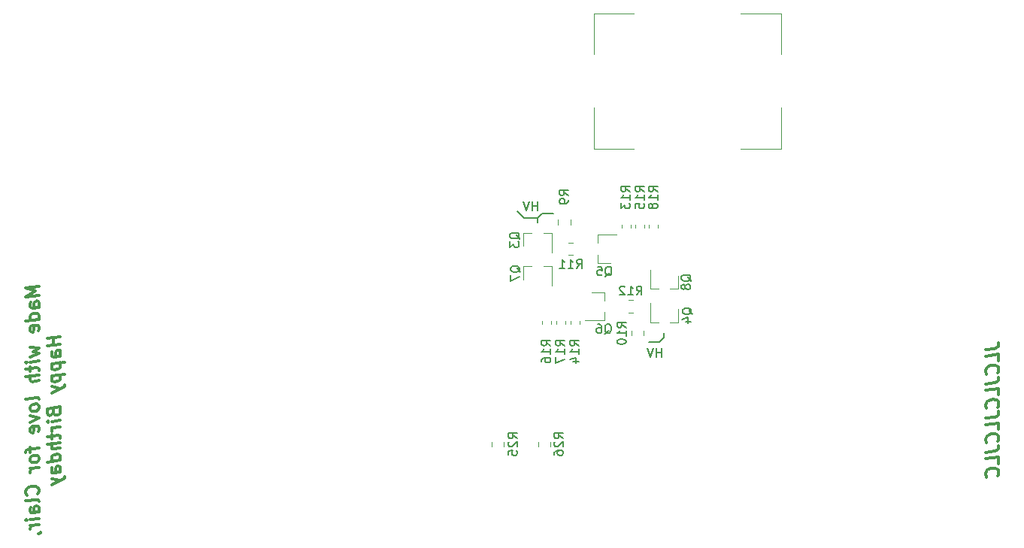
<source format=gbr>
%TF.GenerationSoftware,KiCad,Pcbnew,(5.99.0-9843-g93c991926f)*%
%TF.CreationDate,2021-03-24T22:11:12-04:00*%
%TF.ProjectId,nixieclock,6e697869-6563-46c6-9f63-6b2e6b696361,rev?*%
%TF.SameCoordinates,Original*%
%TF.FileFunction,Legend,Bot*%
%TF.FilePolarity,Positive*%
%FSLAX46Y46*%
G04 Gerber Fmt 4.6, Leading zero omitted, Abs format (unit mm)*
G04 Created by KiCad (PCBNEW (5.99.0-9843-g93c991926f)) date 2021-03-24 22:11:12*
%MOMM*%
%LPD*%
G01*
G04 APERTURE LIST*
%ADD10C,0.150000*%
%ADD11C,0.300000*%
%ADD12C,0.120000*%
G04 APERTURE END LIST*
D10*
X112250000Y-94750000D02*
X111750000Y-95250000D01*
X124250000Y-109250000D02*
X125500000Y-109250000D01*
X111750000Y-95250000D02*
X111750000Y-95750000D01*
X110250000Y-95250000D02*
X109500000Y-94500000D01*
X111750000Y-95250000D02*
X110250000Y-95250000D01*
X126000000Y-108750000D02*
X126000000Y-108250000D01*
X113500000Y-94750000D02*
X112250000Y-94750000D01*
X125500000Y-109250000D02*
X126000000Y-108750000D01*
X125714285Y-110952380D02*
X125714285Y-109952380D01*
X125714285Y-110428571D02*
X125142857Y-110428571D01*
X125142857Y-110952380D02*
X125142857Y-109952380D01*
X124809523Y-109952380D02*
X124476190Y-110952380D01*
X124142857Y-109952380D01*
D11*
X55605071Y-102965133D02*
X54105071Y-103152633D01*
X55176500Y-103518705D01*
X54105071Y-104152633D01*
X55605071Y-103965133D01*
X55605071Y-105322276D02*
X54819357Y-105420491D01*
X54676500Y-105366919D01*
X54605071Y-105232991D01*
X54605071Y-104947276D01*
X54676500Y-104795491D01*
X55533642Y-105331205D02*
X55605071Y-105179419D01*
X55605071Y-104822276D01*
X55533642Y-104688348D01*
X55390785Y-104634776D01*
X55247928Y-104652633D01*
X55105071Y-104741919D01*
X55033642Y-104893705D01*
X55033642Y-105250848D01*
X54962214Y-105402633D01*
X55605071Y-106679419D02*
X54105071Y-106866919D01*
X55533642Y-106688348D02*
X55605071Y-106536562D01*
X55605071Y-106250848D01*
X55533642Y-106116919D01*
X55462214Y-106054419D01*
X55319357Y-106000848D01*
X54890785Y-106054419D01*
X54747928Y-106143705D01*
X54676500Y-106224062D01*
X54605071Y-106375848D01*
X54605071Y-106661562D01*
X54676500Y-106795491D01*
X55533642Y-107974062D02*
X55605071Y-107822276D01*
X55605071Y-107536562D01*
X55533642Y-107402633D01*
X55390785Y-107349062D01*
X54819357Y-107420491D01*
X54676500Y-107509776D01*
X54605071Y-107661562D01*
X54605071Y-107947276D01*
X54676500Y-108081205D01*
X54819357Y-108134776D01*
X54962214Y-108116919D01*
X55105071Y-107384776D01*
X54605071Y-109804419D02*
X55605071Y-109965133D01*
X54890785Y-110340133D01*
X55605071Y-110536562D01*
X54605071Y-110947276D01*
X55605071Y-111393705D02*
X54605071Y-111518705D01*
X54105071Y-111581205D02*
X54176500Y-111500848D01*
X54247928Y-111563348D01*
X54176500Y-111643705D01*
X54105071Y-111581205D01*
X54247928Y-111563348D01*
X54605071Y-112018705D02*
X54605071Y-112590133D01*
X54105071Y-112295491D02*
X55390785Y-112134776D01*
X55533642Y-112188348D01*
X55605071Y-112322276D01*
X55605071Y-112465133D01*
X55605071Y-112965133D02*
X54105071Y-113152633D01*
X55605071Y-113607991D02*
X54819357Y-113706205D01*
X54676500Y-113652633D01*
X54605071Y-113518705D01*
X54605071Y-113304419D01*
X54676500Y-113152633D01*
X54747928Y-113072276D01*
X55605071Y-115679419D02*
X55533642Y-115545491D01*
X55390785Y-115491919D01*
X54105071Y-115652633D01*
X55605071Y-116465133D02*
X55533642Y-116331205D01*
X55462214Y-116268705D01*
X55319357Y-116215133D01*
X54890785Y-116268705D01*
X54747928Y-116357991D01*
X54676500Y-116438348D01*
X54605071Y-116590133D01*
X54605071Y-116804419D01*
X54676500Y-116938348D01*
X54747928Y-117000848D01*
X54890785Y-117054419D01*
X55319357Y-117000848D01*
X55462214Y-116911562D01*
X55533642Y-116831205D01*
X55605071Y-116679419D01*
X55605071Y-116465133D01*
X54605071Y-117590133D02*
X55605071Y-117822276D01*
X54605071Y-118304419D01*
X55533642Y-119331205D02*
X55605071Y-119179419D01*
X55605071Y-118893705D01*
X55533642Y-118759776D01*
X55390785Y-118706205D01*
X54819357Y-118777633D01*
X54676500Y-118866919D01*
X54605071Y-119018705D01*
X54605071Y-119304419D01*
X54676500Y-119438348D01*
X54819357Y-119491919D01*
X54962214Y-119474062D01*
X55105071Y-118741919D01*
X54605071Y-121090133D02*
X54605071Y-121661562D01*
X55605071Y-121179419D02*
X54319357Y-121340133D01*
X54176500Y-121429419D01*
X54105071Y-121581205D01*
X54105071Y-121724062D01*
X55605071Y-122250848D02*
X55533642Y-122116919D01*
X55462214Y-122054419D01*
X55319357Y-122000848D01*
X54890785Y-122054419D01*
X54747928Y-122143705D01*
X54676500Y-122224062D01*
X54605071Y-122375848D01*
X54605071Y-122590133D01*
X54676500Y-122724062D01*
X54747928Y-122786562D01*
X54890785Y-122840133D01*
X55319357Y-122786562D01*
X55462214Y-122697276D01*
X55533642Y-122616919D01*
X55605071Y-122465133D01*
X55605071Y-122250848D01*
X55605071Y-123393705D02*
X54605071Y-123518705D01*
X54890785Y-123482991D02*
X54747928Y-123572276D01*
X54676500Y-123652633D01*
X54605071Y-123804419D01*
X54605071Y-123947276D01*
X55462214Y-126340133D02*
X55533642Y-126259776D01*
X55605071Y-126036562D01*
X55605071Y-125893705D01*
X55533642Y-125688348D01*
X55390785Y-125563348D01*
X55247928Y-125509776D01*
X54962214Y-125474062D01*
X54747928Y-125500848D01*
X54462214Y-125607991D01*
X54319357Y-125697276D01*
X54176500Y-125857991D01*
X54105071Y-126081205D01*
X54105071Y-126224062D01*
X54176500Y-126429419D01*
X54247928Y-126491919D01*
X55605071Y-127179419D02*
X55533642Y-127045491D01*
X55390785Y-126991919D01*
X54105071Y-127152633D01*
X55605071Y-128393705D02*
X54819357Y-128491919D01*
X54676500Y-128438348D01*
X54605071Y-128304419D01*
X54605071Y-128018705D01*
X54676500Y-127866919D01*
X55533642Y-128402633D02*
X55605071Y-128250848D01*
X55605071Y-127893705D01*
X55533642Y-127759776D01*
X55390785Y-127706205D01*
X55247928Y-127724062D01*
X55105071Y-127813348D01*
X55033642Y-127965133D01*
X55033642Y-128322276D01*
X54962214Y-128474062D01*
X55605071Y-129107991D02*
X54605071Y-129232991D01*
X54105071Y-129295491D02*
X54176500Y-129215133D01*
X54247928Y-129277633D01*
X54176500Y-129357991D01*
X54105071Y-129295491D01*
X54247928Y-129277633D01*
X55605071Y-129822276D02*
X54605071Y-129947276D01*
X54890785Y-129911562D02*
X54747928Y-130000848D01*
X54676500Y-130081205D01*
X54605071Y-130232991D01*
X54605071Y-130375848D01*
X55533642Y-130831205D02*
X55605071Y-130822276D01*
X55747928Y-130732991D01*
X55819357Y-130652633D01*
X58020071Y-108643705D02*
X56520071Y-108831205D01*
X57234357Y-108741919D02*
X57234357Y-109599062D01*
X58020071Y-109500848D02*
X56520071Y-109688348D01*
X58020071Y-110857991D02*
X57234357Y-110956205D01*
X57091500Y-110902633D01*
X57020071Y-110768705D01*
X57020071Y-110482991D01*
X57091500Y-110331205D01*
X57948642Y-110866919D02*
X58020071Y-110715133D01*
X58020071Y-110357991D01*
X57948642Y-110224062D01*
X57805785Y-110170491D01*
X57662928Y-110188348D01*
X57520071Y-110277633D01*
X57448642Y-110429419D01*
X57448642Y-110786562D01*
X57377214Y-110938348D01*
X57020071Y-111697276D02*
X58520071Y-111509776D01*
X57091500Y-111688348D02*
X57020071Y-111840133D01*
X57020071Y-112125848D01*
X57091500Y-112259776D01*
X57162928Y-112322276D01*
X57305785Y-112375848D01*
X57734357Y-112322276D01*
X57877214Y-112232991D01*
X57948642Y-112152633D01*
X58020071Y-112000848D01*
X58020071Y-111715133D01*
X57948642Y-111581205D01*
X57020071Y-113054419D02*
X58520071Y-112866919D01*
X57091500Y-113045491D02*
X57020071Y-113197276D01*
X57020071Y-113482991D01*
X57091500Y-113616919D01*
X57162928Y-113679419D01*
X57305785Y-113732991D01*
X57734357Y-113679419D01*
X57877214Y-113590133D01*
X57948642Y-113509776D01*
X58020071Y-113357991D01*
X58020071Y-113072276D01*
X57948642Y-112938348D01*
X57020071Y-114268705D02*
X58020071Y-114500848D01*
X57020071Y-114982991D02*
X58020071Y-114500848D01*
X58377214Y-114313348D01*
X58448642Y-114232991D01*
X58520071Y-114081205D01*
X57234357Y-117170491D02*
X57305785Y-117375848D01*
X57377214Y-117438348D01*
X57520071Y-117491919D01*
X57734357Y-117465133D01*
X57877214Y-117375848D01*
X57948642Y-117295491D01*
X58020071Y-117143705D01*
X58020071Y-116572276D01*
X56520071Y-116759776D01*
X56520071Y-117259776D01*
X56591500Y-117393705D01*
X56662928Y-117456205D01*
X56805785Y-117509776D01*
X56948642Y-117491919D01*
X57091500Y-117402633D01*
X57162928Y-117322276D01*
X57234357Y-117170491D01*
X57234357Y-116670491D01*
X58020071Y-118072276D02*
X57020071Y-118197276D01*
X56520071Y-118259776D02*
X56591500Y-118179419D01*
X56662928Y-118241919D01*
X56591500Y-118322276D01*
X56520071Y-118259776D01*
X56662928Y-118241919D01*
X58020071Y-118786562D02*
X57020071Y-118911562D01*
X57305785Y-118875848D02*
X57162928Y-118965133D01*
X57091500Y-119045491D01*
X57020071Y-119197276D01*
X57020071Y-119340133D01*
X57020071Y-119625848D02*
X57020071Y-120197276D01*
X56520071Y-119902633D02*
X57805785Y-119741919D01*
X57948642Y-119795491D01*
X58020071Y-119929419D01*
X58020071Y-120072276D01*
X58020071Y-120572276D02*
X56520071Y-120759776D01*
X58020071Y-121215133D02*
X57234357Y-121313348D01*
X57091500Y-121259776D01*
X57020071Y-121125848D01*
X57020071Y-120911562D01*
X57091500Y-120759776D01*
X57162928Y-120679419D01*
X58020071Y-122572276D02*
X56520071Y-122759776D01*
X57948642Y-122581205D02*
X58020071Y-122429419D01*
X58020071Y-122143705D01*
X57948642Y-122009776D01*
X57877214Y-121947276D01*
X57734357Y-121893705D01*
X57305785Y-121947276D01*
X57162928Y-122036562D01*
X57091500Y-122116919D01*
X57020071Y-122268705D01*
X57020071Y-122554419D01*
X57091500Y-122688348D01*
X58020071Y-123929419D02*
X57234357Y-124027633D01*
X57091500Y-123974062D01*
X57020071Y-123840133D01*
X57020071Y-123554419D01*
X57091500Y-123402633D01*
X57948642Y-123938348D02*
X58020071Y-123786562D01*
X58020071Y-123429419D01*
X57948642Y-123295491D01*
X57805785Y-123241919D01*
X57662928Y-123259776D01*
X57520071Y-123349062D01*
X57448642Y-123500848D01*
X57448642Y-123857991D01*
X57377214Y-124009776D01*
X57020071Y-124625848D02*
X58020071Y-124857991D01*
X57020071Y-125340133D02*
X58020071Y-124857991D01*
X58377214Y-124670491D01*
X58448642Y-124590133D01*
X58520071Y-124438348D01*
X162178571Y-110116919D02*
X163250000Y-109982991D01*
X163464285Y-109884776D01*
X163607142Y-109724062D01*
X163678571Y-109500848D01*
X163678571Y-109357991D01*
X163678571Y-111357991D02*
X163678571Y-110643705D01*
X162178571Y-110831205D01*
X163535714Y-112732991D02*
X163607142Y-112652633D01*
X163678571Y-112429419D01*
X163678571Y-112286562D01*
X163607142Y-112081205D01*
X163464285Y-111956205D01*
X163321428Y-111902633D01*
X163035714Y-111866919D01*
X162821428Y-111893705D01*
X162535714Y-112000848D01*
X162392857Y-112090133D01*
X162250000Y-112250848D01*
X162178571Y-112474062D01*
X162178571Y-112616919D01*
X162250000Y-112822276D01*
X162321428Y-112884776D01*
X162178571Y-113974062D02*
X163250000Y-113840133D01*
X163464285Y-113741919D01*
X163607142Y-113581205D01*
X163678571Y-113357991D01*
X163678571Y-113215133D01*
X163678571Y-115215133D02*
X163678571Y-114500848D01*
X162178571Y-114688348D01*
X163535714Y-116590133D02*
X163607142Y-116509776D01*
X163678571Y-116286562D01*
X163678571Y-116143705D01*
X163607142Y-115938348D01*
X163464285Y-115813348D01*
X163321428Y-115759776D01*
X163035714Y-115724062D01*
X162821428Y-115750848D01*
X162535714Y-115857991D01*
X162392857Y-115947276D01*
X162250000Y-116107991D01*
X162178571Y-116331205D01*
X162178571Y-116474062D01*
X162250000Y-116679419D01*
X162321428Y-116741919D01*
X162178571Y-117831205D02*
X163250000Y-117697276D01*
X163464285Y-117599062D01*
X163607142Y-117438348D01*
X163678571Y-117215133D01*
X163678571Y-117072276D01*
X163678571Y-119072276D02*
X163678571Y-118357991D01*
X162178571Y-118545491D01*
X163535714Y-120447276D02*
X163607142Y-120366919D01*
X163678571Y-120143705D01*
X163678571Y-120000848D01*
X163607142Y-119795491D01*
X163464285Y-119670491D01*
X163321428Y-119616919D01*
X163035714Y-119581205D01*
X162821428Y-119607991D01*
X162535714Y-119715133D01*
X162392857Y-119804419D01*
X162250000Y-119965133D01*
X162178571Y-120188348D01*
X162178571Y-120331205D01*
X162250000Y-120536562D01*
X162321428Y-120599062D01*
X162178571Y-121688348D02*
X163250000Y-121554419D01*
X163464285Y-121456205D01*
X163607142Y-121295491D01*
X163678571Y-121072276D01*
X163678571Y-120929419D01*
X163678571Y-122929419D02*
X163678571Y-122215133D01*
X162178571Y-122402633D01*
X163535714Y-124304419D02*
X163607142Y-124224062D01*
X163678571Y-124000848D01*
X163678571Y-123857991D01*
X163607142Y-123652633D01*
X163464285Y-123527633D01*
X163321428Y-123474062D01*
X163035714Y-123438348D01*
X162821428Y-123465133D01*
X162535714Y-123572276D01*
X162392857Y-123661562D01*
X162250000Y-123822276D01*
X162178571Y-124045491D01*
X162178571Y-124188348D01*
X162250000Y-124393705D01*
X162321428Y-124456205D01*
D10*
X111714285Y-94452380D02*
X111714285Y-93452380D01*
X111714285Y-93928571D02*
X111142857Y-93928571D01*
X111142857Y-94452380D02*
X111142857Y-93452380D01*
X110809523Y-93452380D02*
X110476190Y-94452380D01*
X110142857Y-93452380D01*
%TO.C,R10*%
X121702380Y-107607142D02*
X121226190Y-107273809D01*
X121702380Y-107035714D02*
X120702380Y-107035714D01*
X120702380Y-107416666D01*
X120750000Y-107511904D01*
X120797619Y-107559523D01*
X120892857Y-107607142D01*
X121035714Y-107607142D01*
X121130952Y-107559523D01*
X121178571Y-107511904D01*
X121226190Y-107416666D01*
X121226190Y-107035714D01*
X121702380Y-108559523D02*
X121702380Y-107988095D01*
X121702380Y-108273809D02*
X120702380Y-108273809D01*
X120845238Y-108178571D01*
X120940476Y-108083333D01*
X120988095Y-107988095D01*
X120702380Y-109178571D02*
X120702380Y-109273809D01*
X120750000Y-109369047D01*
X120797619Y-109416666D01*
X120892857Y-109464285D01*
X121083333Y-109511904D01*
X121321428Y-109511904D01*
X121511904Y-109464285D01*
X121607142Y-109416666D01*
X121654761Y-109369047D01*
X121702380Y-109273809D01*
X121702380Y-109178571D01*
X121654761Y-109083333D01*
X121607142Y-109035714D01*
X121511904Y-108988095D01*
X121321428Y-108940476D01*
X121083333Y-108940476D01*
X120892857Y-108988095D01*
X120797619Y-109035714D01*
X120750000Y-109083333D01*
X120702380Y-109178571D01*
%TO.C,Q5*%
X119345238Y-101847619D02*
X119440476Y-101800000D01*
X119535714Y-101704761D01*
X119678571Y-101561904D01*
X119773809Y-101514285D01*
X119869047Y-101514285D01*
X119821428Y-101752380D02*
X119916666Y-101704761D01*
X120011904Y-101609523D01*
X120059523Y-101419047D01*
X120059523Y-101085714D01*
X120011904Y-100895238D01*
X119916666Y-100800000D01*
X119821428Y-100752380D01*
X119630952Y-100752380D01*
X119535714Y-100800000D01*
X119440476Y-100895238D01*
X119392857Y-101085714D01*
X119392857Y-101419047D01*
X119440476Y-101609523D01*
X119535714Y-101704761D01*
X119630952Y-101752380D01*
X119821428Y-101752380D01*
X118488095Y-100752380D02*
X118964285Y-100752380D01*
X119011904Y-101228571D01*
X118964285Y-101180952D01*
X118869047Y-101133333D01*
X118630952Y-101133333D01*
X118535714Y-101180952D01*
X118488095Y-101228571D01*
X118440476Y-101323809D01*
X118440476Y-101561904D01*
X118488095Y-101657142D01*
X118535714Y-101704761D01*
X118630952Y-101752380D01*
X118869047Y-101752380D01*
X118964285Y-101704761D01*
X119011904Y-101657142D01*
%TO.C,R18*%
X125252380Y-92307261D02*
X124776190Y-91973928D01*
X125252380Y-91735833D02*
X124252380Y-91735833D01*
X124252380Y-92116785D01*
X124300000Y-92212023D01*
X124347619Y-92259642D01*
X124442857Y-92307261D01*
X124585714Y-92307261D01*
X124680952Y-92259642D01*
X124728571Y-92212023D01*
X124776190Y-92116785D01*
X124776190Y-91735833D01*
X125252380Y-93259642D02*
X125252380Y-92688214D01*
X125252380Y-92973928D02*
X124252380Y-92973928D01*
X124395238Y-92878690D01*
X124490476Y-92783452D01*
X124538095Y-92688214D01*
X124680952Y-93831071D02*
X124633333Y-93735833D01*
X124585714Y-93688214D01*
X124490476Y-93640595D01*
X124442857Y-93640595D01*
X124347619Y-93688214D01*
X124300000Y-93735833D01*
X124252380Y-93831071D01*
X124252380Y-94021547D01*
X124300000Y-94116785D01*
X124347619Y-94164404D01*
X124442857Y-94212023D01*
X124490476Y-94212023D01*
X124585714Y-94164404D01*
X124633333Y-94116785D01*
X124680952Y-94021547D01*
X124680952Y-93831071D01*
X124728571Y-93735833D01*
X124776190Y-93688214D01*
X124871428Y-93640595D01*
X125061904Y-93640595D01*
X125157142Y-93688214D01*
X125204761Y-93735833D01*
X125252380Y-93831071D01*
X125252380Y-94021547D01*
X125204761Y-94116785D01*
X125157142Y-94164404D01*
X125061904Y-94212023D01*
X124871428Y-94212023D01*
X124776190Y-94164404D01*
X124728571Y-94116785D01*
X124680952Y-94021547D01*
%TO.C,R15*%
X123752380Y-92307261D02*
X123276190Y-91973928D01*
X123752380Y-91735833D02*
X122752380Y-91735833D01*
X122752380Y-92116785D01*
X122800000Y-92212023D01*
X122847619Y-92259642D01*
X122942857Y-92307261D01*
X123085714Y-92307261D01*
X123180952Y-92259642D01*
X123228571Y-92212023D01*
X123276190Y-92116785D01*
X123276190Y-91735833D01*
X123752380Y-93259642D02*
X123752380Y-92688214D01*
X123752380Y-92973928D02*
X122752380Y-92973928D01*
X122895238Y-92878690D01*
X122990476Y-92783452D01*
X123038095Y-92688214D01*
X122752380Y-94164404D02*
X122752380Y-93688214D01*
X123228571Y-93640595D01*
X123180952Y-93688214D01*
X123133333Y-93783452D01*
X123133333Y-94021547D01*
X123180952Y-94116785D01*
X123228571Y-94164404D01*
X123323809Y-94212023D01*
X123561904Y-94212023D01*
X123657142Y-94164404D01*
X123704761Y-94116785D01*
X123752380Y-94021547D01*
X123752380Y-93783452D01*
X123704761Y-93688214D01*
X123657142Y-93640595D01*
%TO.C,R17*%
X114802380Y-109657023D02*
X114326190Y-109323690D01*
X114802380Y-109085595D02*
X113802380Y-109085595D01*
X113802380Y-109466547D01*
X113850000Y-109561785D01*
X113897619Y-109609404D01*
X113992857Y-109657023D01*
X114135714Y-109657023D01*
X114230952Y-109609404D01*
X114278571Y-109561785D01*
X114326190Y-109466547D01*
X114326190Y-109085595D01*
X114802380Y-110609404D02*
X114802380Y-110037976D01*
X114802380Y-110323690D02*
X113802380Y-110323690D01*
X113945238Y-110228452D01*
X114040476Y-110133214D01*
X114088095Y-110037976D01*
X113802380Y-110942738D02*
X113802380Y-111609404D01*
X114802380Y-111180833D01*
%TO.C,Q3*%
X109747619Y-97654761D02*
X109700000Y-97559523D01*
X109604761Y-97464285D01*
X109461904Y-97321428D01*
X109414285Y-97226190D01*
X109414285Y-97130952D01*
X109652380Y-97178571D02*
X109604761Y-97083333D01*
X109509523Y-96988095D01*
X109319047Y-96940476D01*
X108985714Y-96940476D01*
X108795238Y-96988095D01*
X108700000Y-97083333D01*
X108652380Y-97178571D01*
X108652380Y-97369047D01*
X108700000Y-97464285D01*
X108795238Y-97559523D01*
X108985714Y-97607142D01*
X109319047Y-97607142D01*
X109509523Y-97559523D01*
X109604761Y-97464285D01*
X109652380Y-97369047D01*
X109652380Y-97178571D01*
X108652380Y-97940476D02*
X108652380Y-98559523D01*
X109033333Y-98226190D01*
X109033333Y-98369047D01*
X109080952Y-98464285D01*
X109128571Y-98511904D01*
X109223809Y-98559523D01*
X109461904Y-98559523D01*
X109557142Y-98511904D01*
X109604761Y-98464285D01*
X109652380Y-98369047D01*
X109652380Y-98083333D01*
X109604761Y-97988095D01*
X109557142Y-97940476D01*
%TO.C,Q6*%
X119295238Y-108347619D02*
X119390476Y-108300000D01*
X119485714Y-108204761D01*
X119628571Y-108061904D01*
X119723809Y-108014285D01*
X119819047Y-108014285D01*
X119771428Y-108252380D02*
X119866666Y-108204761D01*
X119961904Y-108109523D01*
X120009523Y-107919047D01*
X120009523Y-107585714D01*
X119961904Y-107395238D01*
X119866666Y-107300000D01*
X119771428Y-107252380D01*
X119580952Y-107252380D01*
X119485714Y-107300000D01*
X119390476Y-107395238D01*
X119342857Y-107585714D01*
X119342857Y-107919047D01*
X119390476Y-108109523D01*
X119485714Y-108204761D01*
X119580952Y-108252380D01*
X119771428Y-108252380D01*
X118485714Y-107252380D02*
X118676190Y-107252380D01*
X118771428Y-107300000D01*
X118819047Y-107347619D01*
X118914285Y-107490476D01*
X118961904Y-107680952D01*
X118961904Y-108061904D01*
X118914285Y-108157142D01*
X118866666Y-108204761D01*
X118771428Y-108252380D01*
X118580952Y-108252380D01*
X118485714Y-108204761D01*
X118438095Y-108157142D01*
X118390476Y-108061904D01*
X118390476Y-107823809D01*
X118438095Y-107728571D01*
X118485714Y-107680952D01*
X118580952Y-107633333D01*
X118771428Y-107633333D01*
X118866666Y-107680952D01*
X118914285Y-107728571D01*
X118961904Y-107823809D01*
%TO.C,Q4*%
X129147619Y-106154761D02*
X129100000Y-106059523D01*
X129004761Y-105964285D01*
X128861904Y-105821428D01*
X128814285Y-105726190D01*
X128814285Y-105630952D01*
X129052380Y-105678571D02*
X129004761Y-105583333D01*
X128909523Y-105488095D01*
X128719047Y-105440476D01*
X128385714Y-105440476D01*
X128195238Y-105488095D01*
X128100000Y-105583333D01*
X128052380Y-105678571D01*
X128052380Y-105869047D01*
X128100000Y-105964285D01*
X128195238Y-106059523D01*
X128385714Y-106107142D01*
X128719047Y-106107142D01*
X128909523Y-106059523D01*
X129004761Y-105964285D01*
X129052380Y-105869047D01*
X129052380Y-105678571D01*
X128385714Y-106964285D02*
X129052380Y-106964285D01*
X128004761Y-106726190D02*
X128719047Y-106488095D01*
X128719047Y-107107142D01*
%TO.C,R9*%
X115202380Y-92733333D02*
X114726190Y-92400000D01*
X115202380Y-92161904D02*
X114202380Y-92161904D01*
X114202380Y-92542857D01*
X114250000Y-92638095D01*
X114297619Y-92685714D01*
X114392857Y-92733333D01*
X114535714Y-92733333D01*
X114630952Y-92685714D01*
X114678571Y-92638095D01*
X114726190Y-92542857D01*
X114726190Y-92161904D01*
X115202380Y-93209523D02*
X115202380Y-93400000D01*
X115154761Y-93495238D01*
X115107142Y-93542857D01*
X114964285Y-93638095D01*
X114773809Y-93685714D01*
X114392857Y-93685714D01*
X114297619Y-93638095D01*
X114250000Y-93590476D01*
X114202380Y-93495238D01*
X114202380Y-93304761D01*
X114250000Y-93209523D01*
X114297619Y-93161904D01*
X114392857Y-93114285D01*
X114630952Y-93114285D01*
X114726190Y-93161904D01*
X114773809Y-93209523D01*
X114821428Y-93304761D01*
X114821428Y-93495238D01*
X114773809Y-93590476D01*
X114726190Y-93638095D01*
X114630952Y-93685714D01*
%TO.C,R14*%
X116402380Y-109657023D02*
X115926190Y-109323690D01*
X116402380Y-109085595D02*
X115402380Y-109085595D01*
X115402380Y-109466547D01*
X115450000Y-109561785D01*
X115497619Y-109609404D01*
X115592857Y-109657023D01*
X115735714Y-109657023D01*
X115830952Y-109609404D01*
X115878571Y-109561785D01*
X115926190Y-109466547D01*
X115926190Y-109085595D01*
X116402380Y-110609404D02*
X116402380Y-110037976D01*
X116402380Y-110323690D02*
X115402380Y-110323690D01*
X115545238Y-110228452D01*
X115640476Y-110133214D01*
X115688095Y-110037976D01*
X115735714Y-111466547D02*
X116402380Y-111466547D01*
X115354761Y-111228452D02*
X116069047Y-110990357D01*
X116069047Y-111609404D01*
%TO.C,R26*%
X114602380Y-120107142D02*
X114126190Y-119773809D01*
X114602380Y-119535714D02*
X113602380Y-119535714D01*
X113602380Y-119916666D01*
X113650000Y-120011904D01*
X113697619Y-120059523D01*
X113792857Y-120107142D01*
X113935714Y-120107142D01*
X114030952Y-120059523D01*
X114078571Y-120011904D01*
X114126190Y-119916666D01*
X114126190Y-119535714D01*
X113697619Y-120488095D02*
X113650000Y-120535714D01*
X113602380Y-120630952D01*
X113602380Y-120869047D01*
X113650000Y-120964285D01*
X113697619Y-121011904D01*
X113792857Y-121059523D01*
X113888095Y-121059523D01*
X114030952Y-121011904D01*
X114602380Y-120440476D01*
X114602380Y-121059523D01*
X113602380Y-121916666D02*
X113602380Y-121726190D01*
X113650000Y-121630952D01*
X113697619Y-121583333D01*
X113840476Y-121488095D01*
X114030952Y-121440476D01*
X114411904Y-121440476D01*
X114507142Y-121488095D01*
X114554761Y-121535714D01*
X114602380Y-121630952D01*
X114602380Y-121821428D01*
X114554761Y-121916666D01*
X114507142Y-121964285D01*
X114411904Y-122011904D01*
X114173809Y-122011904D01*
X114078571Y-121964285D01*
X114030952Y-121916666D01*
X113983333Y-121821428D01*
X113983333Y-121630952D01*
X114030952Y-121535714D01*
X114078571Y-121488095D01*
X114173809Y-121440476D01*
%TO.C,R16*%
X113202380Y-109657023D02*
X112726190Y-109323690D01*
X113202380Y-109085595D02*
X112202380Y-109085595D01*
X112202380Y-109466547D01*
X112250000Y-109561785D01*
X112297619Y-109609404D01*
X112392857Y-109657023D01*
X112535714Y-109657023D01*
X112630952Y-109609404D01*
X112678571Y-109561785D01*
X112726190Y-109466547D01*
X112726190Y-109085595D01*
X113202380Y-110609404D02*
X113202380Y-110037976D01*
X113202380Y-110323690D02*
X112202380Y-110323690D01*
X112345238Y-110228452D01*
X112440476Y-110133214D01*
X112488095Y-110037976D01*
X112202380Y-111466547D02*
X112202380Y-111276071D01*
X112250000Y-111180833D01*
X112297619Y-111133214D01*
X112440476Y-111037976D01*
X112630952Y-110990357D01*
X113011904Y-110990357D01*
X113107142Y-111037976D01*
X113154761Y-111085595D01*
X113202380Y-111180833D01*
X113202380Y-111371309D01*
X113154761Y-111466547D01*
X113107142Y-111514166D01*
X113011904Y-111561785D01*
X112773809Y-111561785D01*
X112678571Y-111514166D01*
X112630952Y-111466547D01*
X112583333Y-111371309D01*
X112583333Y-111180833D01*
X112630952Y-111085595D01*
X112678571Y-111037976D01*
X112773809Y-110990357D01*
%TO.C,Q8*%
X129047619Y-102404761D02*
X129000000Y-102309523D01*
X128904761Y-102214285D01*
X128761904Y-102071428D01*
X128714285Y-101976190D01*
X128714285Y-101880952D01*
X128952380Y-101928571D02*
X128904761Y-101833333D01*
X128809523Y-101738095D01*
X128619047Y-101690476D01*
X128285714Y-101690476D01*
X128095238Y-101738095D01*
X128000000Y-101833333D01*
X127952380Y-101928571D01*
X127952380Y-102119047D01*
X128000000Y-102214285D01*
X128095238Y-102309523D01*
X128285714Y-102357142D01*
X128619047Y-102357142D01*
X128809523Y-102309523D01*
X128904761Y-102214285D01*
X128952380Y-102119047D01*
X128952380Y-101928571D01*
X128380952Y-102928571D02*
X128333333Y-102833333D01*
X128285714Y-102785714D01*
X128190476Y-102738095D01*
X128142857Y-102738095D01*
X128047619Y-102785714D01*
X128000000Y-102833333D01*
X127952380Y-102928571D01*
X127952380Y-103119047D01*
X128000000Y-103214285D01*
X128047619Y-103261904D01*
X128142857Y-103309523D01*
X128190476Y-103309523D01*
X128285714Y-103261904D01*
X128333333Y-103214285D01*
X128380952Y-103119047D01*
X128380952Y-102928571D01*
X128428571Y-102833333D01*
X128476190Y-102785714D01*
X128571428Y-102738095D01*
X128761904Y-102738095D01*
X128857142Y-102785714D01*
X128904761Y-102833333D01*
X128952380Y-102928571D01*
X128952380Y-103119047D01*
X128904761Y-103214285D01*
X128857142Y-103261904D01*
X128761904Y-103309523D01*
X128571428Y-103309523D01*
X128476190Y-103261904D01*
X128428571Y-103214285D01*
X128380952Y-103119047D01*
%TO.C,R13*%
X122152380Y-92307261D02*
X121676190Y-91973928D01*
X122152380Y-91735833D02*
X121152380Y-91735833D01*
X121152380Y-92116785D01*
X121200000Y-92212023D01*
X121247619Y-92259642D01*
X121342857Y-92307261D01*
X121485714Y-92307261D01*
X121580952Y-92259642D01*
X121628571Y-92212023D01*
X121676190Y-92116785D01*
X121676190Y-91735833D01*
X122152380Y-93259642D02*
X122152380Y-92688214D01*
X122152380Y-92973928D02*
X121152380Y-92973928D01*
X121295238Y-92878690D01*
X121390476Y-92783452D01*
X121438095Y-92688214D01*
X121152380Y-93592976D02*
X121152380Y-94212023D01*
X121533333Y-93878690D01*
X121533333Y-94021547D01*
X121580952Y-94116785D01*
X121628571Y-94164404D01*
X121723809Y-94212023D01*
X121961904Y-94212023D01*
X122057142Y-94164404D01*
X122104761Y-94116785D01*
X122152380Y-94021547D01*
X122152380Y-93735833D01*
X122104761Y-93640595D01*
X122057142Y-93592976D01*
%TO.C,R12*%
X122892857Y-103952380D02*
X123226190Y-103476190D01*
X123464285Y-103952380D02*
X123464285Y-102952380D01*
X123083333Y-102952380D01*
X122988095Y-103000000D01*
X122940476Y-103047619D01*
X122892857Y-103142857D01*
X122892857Y-103285714D01*
X122940476Y-103380952D01*
X122988095Y-103428571D01*
X123083333Y-103476190D01*
X123464285Y-103476190D01*
X121940476Y-103952380D02*
X122511904Y-103952380D01*
X122226190Y-103952380D02*
X122226190Y-102952380D01*
X122321428Y-103095238D01*
X122416666Y-103190476D01*
X122511904Y-103238095D01*
X121559523Y-103047619D02*
X121511904Y-103000000D01*
X121416666Y-102952380D01*
X121178571Y-102952380D01*
X121083333Y-103000000D01*
X121035714Y-103047619D01*
X120988095Y-103142857D01*
X120988095Y-103238095D01*
X121035714Y-103380952D01*
X121607142Y-103952380D01*
X120988095Y-103952380D01*
%TO.C,R25*%
X109452380Y-120107142D02*
X108976190Y-119773809D01*
X109452380Y-119535714D02*
X108452380Y-119535714D01*
X108452380Y-119916666D01*
X108500000Y-120011904D01*
X108547619Y-120059523D01*
X108642857Y-120107142D01*
X108785714Y-120107142D01*
X108880952Y-120059523D01*
X108928571Y-120011904D01*
X108976190Y-119916666D01*
X108976190Y-119535714D01*
X108547619Y-120488095D02*
X108500000Y-120535714D01*
X108452380Y-120630952D01*
X108452380Y-120869047D01*
X108500000Y-120964285D01*
X108547619Y-121011904D01*
X108642857Y-121059523D01*
X108738095Y-121059523D01*
X108880952Y-121011904D01*
X109452380Y-120440476D01*
X109452380Y-121059523D01*
X108452380Y-121964285D02*
X108452380Y-121488095D01*
X108928571Y-121440476D01*
X108880952Y-121488095D01*
X108833333Y-121583333D01*
X108833333Y-121821428D01*
X108880952Y-121916666D01*
X108928571Y-121964285D01*
X109023809Y-122011904D01*
X109261904Y-122011904D01*
X109357142Y-121964285D01*
X109404761Y-121916666D01*
X109452380Y-121821428D01*
X109452380Y-121583333D01*
X109404761Y-121488095D01*
X109357142Y-121440476D01*
%TO.C,Q7*%
X109797619Y-101404761D02*
X109750000Y-101309523D01*
X109654761Y-101214285D01*
X109511904Y-101071428D01*
X109464285Y-100976190D01*
X109464285Y-100880952D01*
X109702380Y-100928571D02*
X109654761Y-100833333D01*
X109559523Y-100738095D01*
X109369047Y-100690476D01*
X109035714Y-100690476D01*
X108845238Y-100738095D01*
X108750000Y-100833333D01*
X108702380Y-100928571D01*
X108702380Y-101119047D01*
X108750000Y-101214285D01*
X108845238Y-101309523D01*
X109035714Y-101357142D01*
X109369047Y-101357142D01*
X109559523Y-101309523D01*
X109654761Y-101214285D01*
X109702380Y-101119047D01*
X109702380Y-100928571D01*
X108702380Y-101690476D02*
X108702380Y-102357142D01*
X109702380Y-101928571D01*
%TO.C,R11*%
X116142857Y-100952380D02*
X116476190Y-100476190D01*
X116714285Y-100952380D02*
X116714285Y-99952380D01*
X116333333Y-99952380D01*
X116238095Y-100000000D01*
X116190476Y-100047619D01*
X116142857Y-100142857D01*
X116142857Y-100285714D01*
X116190476Y-100380952D01*
X116238095Y-100428571D01*
X116333333Y-100476190D01*
X116714285Y-100476190D01*
X115190476Y-100952380D02*
X115761904Y-100952380D01*
X115476190Y-100952380D02*
X115476190Y-99952380D01*
X115571428Y-100095238D01*
X115666666Y-100190476D01*
X115761904Y-100238095D01*
X114238095Y-100952380D02*
X114809523Y-100952380D01*
X114523809Y-100952380D02*
X114523809Y-99952380D01*
X114619047Y-100095238D01*
X114714285Y-100190476D01*
X114809523Y-100238095D01*
D12*
%TO.C,R10*%
X123710000Y-108511252D02*
X123710000Y-107988748D01*
X122290000Y-108511252D02*
X122290000Y-107988748D01*
%TO.C,Q5*%
X118490000Y-100330000D02*
X118490000Y-99400000D01*
X118490000Y-100330000D02*
X119950000Y-100330000D01*
X118490000Y-97170000D02*
X118490000Y-98100000D01*
X118490000Y-97170000D02*
X120650000Y-97170000D01*
%TO.C,R18*%
X124290000Y-96028733D02*
X124290000Y-96371267D01*
X125310000Y-96028733D02*
X125310000Y-96371267D01*
%TO.C,R15*%
X123760000Y-96371267D02*
X123760000Y-96028733D01*
X122740000Y-96371267D02*
X122740000Y-96028733D01*
%TO.C,R17*%
X114860000Y-107221267D02*
X114860000Y-106878733D01*
X113840000Y-107221267D02*
X113840000Y-106878733D01*
%TO.C,Q3*%
X113330000Y-96990001D02*
X112400000Y-96990001D01*
X113330000Y-96990001D02*
X113330000Y-99150001D01*
X110170000Y-96990001D02*
X111100000Y-96990001D01*
X110170000Y-96990001D02*
X110170000Y-98450001D01*
%TO.C,Q6*%
X119260000Y-106830000D02*
X119260000Y-105900000D01*
X119260000Y-103670000D02*
X117800000Y-103670000D01*
X119260000Y-106830000D02*
X117100000Y-106830000D01*
X119260000Y-103670000D02*
X119260000Y-104600000D01*
%TO.C,Q4*%
X127580000Y-107010000D02*
X127580000Y-105550000D01*
X127580000Y-107010000D02*
X126650000Y-107010000D01*
X124420000Y-107010000D02*
X125350000Y-107010000D01*
X124420000Y-107010000D02*
X124420000Y-104850000D01*
%TO.C,R9*%
X115460000Y-95488748D02*
X115460000Y-96011252D01*
X114040000Y-95488748D02*
X114040000Y-96011252D01*
%TO.C,R14*%
X115440000Y-107221267D02*
X115440000Y-106878733D01*
X116460000Y-107221267D02*
X116460000Y-106878733D01*
%TO.C,R26*%
X113210000Y-121011252D02*
X113210000Y-120488748D01*
X111790000Y-121011252D02*
X111790000Y-120488748D01*
%TO.C,R16*%
X113260000Y-107221267D02*
X113260000Y-106878733D01*
X112240000Y-107221267D02*
X112240000Y-106878733D01*
%TO.C,Q8*%
X127580000Y-103260000D02*
X127580000Y-101800000D01*
X127580000Y-103260000D02*
X126650000Y-103260000D01*
X124420000Y-103260000D02*
X125350000Y-103260000D01*
X124420000Y-103260000D02*
X124420000Y-101100000D01*
%TO.C,R13*%
X122210000Y-96028733D02*
X122210000Y-96371267D01*
X121190000Y-96028733D02*
X121190000Y-96371267D01*
%TO.C,R12*%
X121988748Y-104540000D02*
X122511252Y-104540000D01*
X121988748Y-105960000D02*
X122511252Y-105960000D01*
%TO.C,R25*%
X106540000Y-120488748D02*
X106540000Y-121011252D01*
X107960000Y-120488748D02*
X107960000Y-121011252D01*
%TO.C,Q7*%
X110170000Y-100740000D02*
X111100000Y-100740000D01*
X113330000Y-100740000D02*
X113330000Y-102900000D01*
X113330000Y-100740000D02*
X112400000Y-100740000D01*
X110170000Y-100740000D02*
X110170000Y-102200000D01*
%TO.C,R11*%
X115761252Y-98040000D02*
X115238748Y-98040000D01*
X115761252Y-99460000D02*
X115238748Y-99460000D01*
%TO.C,BT1*%
X134600000Y-87470000D02*
X139140000Y-87470000D01*
X118060000Y-76850000D02*
X118060000Y-72230000D01*
X118060000Y-87470000D02*
X122600000Y-87470000D01*
X118060000Y-87470000D02*
X118060000Y-82850000D01*
X139140000Y-87470000D02*
X139140000Y-82850000D01*
X134600000Y-72230000D02*
X139140000Y-72230000D01*
X139140000Y-76850000D02*
X139140000Y-72230000D01*
X118060000Y-72230000D02*
X122600000Y-72230000D01*
%TD*%
M02*

</source>
